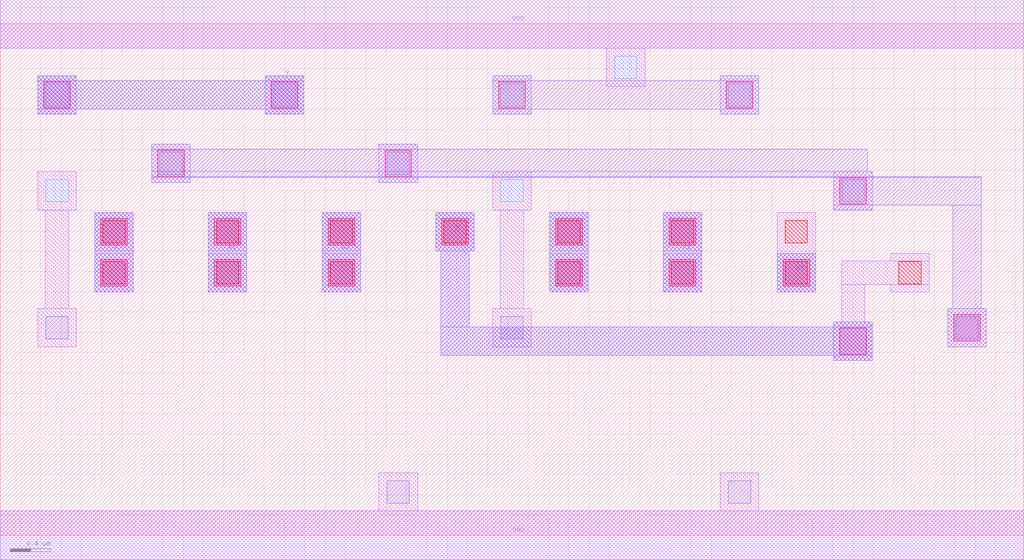
<source format=lef>
MACRO AAAOI322
 CLASS CORE ;
 FOREIGN AAAOI322 0 0 ;
 SIZE 10.08 BY 5.04 ;
 ORIGIN 0 0 ;
 SYMMETRY X Y R90 ;
 SITE unit ;
  PIN VDD
   DIRECTION INOUT ;
   USE POWER ;
   SHAPE ABUTMENT ;
    PORT
     CLASS CORE ;
       LAYER met1 ;
        RECT 0.00000000 4.80000000 10.08000000 5.28000000 ;
    END
  END VDD

  PIN GND
   DIRECTION INOUT ;
   USE POWER ;
   SHAPE ABUTMENT ;
    PORT
     CLASS CORE ;
       LAYER met1 ;
        RECT 0.00000000 -0.24000000 10.08000000 0.24000000 ;
    END
  END GND

  PIN Y
   DIRECTION INOUT ;
   USE SIGNAL ;
   SHAPE ABUTMENT ;
    PORT
     CLASS CORE ;
       LAYER met2 ;
        RECT 0.37000000 4.15200000 0.75000000 4.20200000 ;
        RECT 2.61000000 4.15200000 2.99000000 4.20200000 ;
        RECT 0.37000000 4.20200000 2.99000000 4.48200000 ;
        RECT 0.37000000 4.48200000 0.75000000 4.53200000 ;
        RECT 2.61000000 4.48200000 2.99000000 4.53200000 ;
    END
  END Y

  PIN A2
   DIRECTION INOUT ;
   USE SIGNAL ;
   SHAPE ABUTMENT ;
    PORT
     CLASS CORE ;
       LAYER met2 ;
        RECT 3.17000000 2.39700000 3.55000000 3.18200000 ;
    END
  END A2

  PIN C1
   DIRECTION INOUT ;
   USE SIGNAL ;
   SHAPE ABUTMENT ;
    PORT
     CLASS CORE ;
       LAYER met2 ;
        RECT 6.53000000 2.39700000 6.91000000 3.18200000 ;
    END
  END C1

  PIN A
   DIRECTION INOUT ;
   USE SIGNAL ;
   SHAPE ABUTMENT ;
    PORT
     CLASS CORE ;
       LAYER met2 ;
        RECT 0.93000000 2.39700000 1.31000000 3.18200000 ;
    END
  END A

  PIN B1
   DIRECTION INOUT ;
   USE SIGNAL ;
   SHAPE ABUTMENT ;
    PORT
     CLASS CORE ;
       LAYER met2 ;
        RECT 7.65000000 2.39700000 8.03000000 2.77700000 ;
    END
  END B1

  PIN B
   DIRECTION INOUT ;
   USE SIGNAL ;
   SHAPE ABUTMENT ;
    PORT
     CLASS CORE ;
       LAYER met2 ;
        RECT 8.21000000 1.72200000 8.59000000 1.77200000 ;
        RECT 4.34000000 1.77200000 8.59000000 2.05200000 ;
        RECT 8.21000000 2.05200000 8.59000000 2.10200000 ;
        RECT 4.34000000 2.05200000 4.62000000 2.80200000 ;
        RECT 4.29000000 2.80200000 4.67000000 3.18200000 ;
    END
  END B

  PIN C
   DIRECTION INOUT ;
   USE SIGNAL ;
   SHAPE ABUTMENT ;
    PORT
     CLASS CORE ;
       LAYER met2 ;
        RECT 5.41000000 2.39700000 5.79000000 3.18200000 ;
    END
  END C

  PIN A1
   DIRECTION INOUT ;
   USE SIGNAL ;
   SHAPE ABUTMENT ;
    PORT
     CLASS CORE ;
       LAYER met2 ;
        RECT 2.05000000 2.39700000 2.43000000 3.18200000 ;
    END
  END A1

 OBS
    LAYER polycont ;
     RECT 1.01000000 2.47700000 1.23000000 2.69700000 ;
     RECT 2.13000000 2.47700000 2.35000000 2.69700000 ;
     RECT 3.25000000 2.47700000 3.47000000 2.69700000 ;
     RECT 5.49000000 2.47700000 5.71000000 2.69700000 ;
     RECT 6.61000000 2.47700000 6.83000000 2.69700000 ;
     RECT 7.73000000 2.47700000 7.95000000 2.69700000 ;
     RECT 8.85000000 2.47700000 9.07000000 2.69700000 ;
     RECT 1.01000000 2.88200000 1.23000000 3.10200000 ;
     RECT 2.13000000 2.88200000 2.35000000 3.10200000 ;
     RECT 3.25000000 2.88200000 3.47000000 3.10200000 ;
     RECT 4.37000000 2.88200000 4.59000000 3.10200000 ;
     RECT 5.49000000 2.88200000 5.71000000 3.10200000 ;
     RECT 6.61000000 2.88200000 6.83000000 3.10200000 ;
     RECT 7.73000000 2.88200000 7.95000000 3.10200000 ;

    LAYER pdiffc ;
     RECT 0.45000000 3.28700000 0.67000000 3.50700000 ;
     RECT 4.93000000 3.28700000 5.15000000 3.50700000 ;
     RECT 8.29000000 3.28700000 8.51000000 3.50700000 ;
     RECT 1.57000000 3.55700000 1.79000000 3.77700000 ;
     RECT 3.81000000 3.55700000 4.03000000 3.77700000 ;
     RECT 0.45000000 4.23200000 0.67000000 4.45200000 ;
     RECT 2.69000000 4.23200000 2.91000000 4.45200000 ;
     RECT 4.93000000 4.23200000 5.15000000 4.45200000 ;
     RECT 7.17000000 4.23200000 7.39000000 4.45200000 ;
     RECT 6.05000000 4.50200000 6.27000000 4.72200000 ;

    LAYER ndiffc ;
     RECT 3.81000000 0.31700000 4.03000000 0.53700000 ;
     RECT 7.17000000 0.31700000 7.39000000 0.53700000 ;
     RECT 0.45000000 1.93700000 0.67000000 2.15700000 ;
     RECT 4.93000000 1.93700000 5.15000000 2.15700000 ;
     RECT 9.41000000 1.93700000 9.63000000 2.15700000 ;

    LAYER met1 ;
     RECT 0.00000000 -0.24000000 10.08000000 0.24000000 ;
     RECT 3.73000000 0.24000000 4.11000000 0.61700000 ;
     RECT 7.09000000 0.24000000 7.47000000 0.61700000 ;
     RECT 9.33000000 1.85700000 9.71000000 2.23700000 ;
     RECT 0.93000000 2.39700000 1.31000000 2.77700000 ;
     RECT 2.05000000 2.39700000 2.43000000 2.77700000 ;
     RECT 3.17000000 2.39700000 3.55000000 2.77700000 ;
     RECT 5.41000000 2.39700000 5.79000000 2.77700000 ;
     RECT 6.53000000 2.39700000 6.91000000 2.77700000 ;
     RECT 8.21000000 1.72200000 8.59000000 2.10200000 ;
     RECT 8.28500000 2.10200000 8.51500000 2.47200000 ;
     RECT 8.77000000 2.39700000 9.15000000 2.47200000 ;
     RECT 8.28500000 2.47200000 9.15000000 2.70200000 ;
     RECT 8.77000000 2.70200000 9.15000000 2.77700000 ;
     RECT 0.93000000 2.80200000 1.31000000 3.18200000 ;
     RECT 2.05000000 2.80200000 2.43000000 3.18200000 ;
     RECT 3.17000000 2.80200000 3.55000000 3.18200000 ;
     RECT 4.29000000 2.80200000 4.67000000 3.18200000 ;
     RECT 5.41000000 2.80200000 5.79000000 3.18200000 ;
     RECT 6.53000000 2.80200000 6.91000000 3.18200000 ;
     RECT 7.65000000 2.39700000 8.03000000 3.18200000 ;
     RECT 0.37000000 1.85700000 0.75000000 2.23700000 ;
     RECT 0.44500000 2.23700000 0.67500000 3.20700000 ;
     RECT 0.37000000 3.20700000 0.75000000 3.58700000 ;
     RECT 4.85000000 1.85700000 5.23000000 2.23700000 ;
     RECT 4.92500000 2.23700000 5.15500000 3.20700000 ;
     RECT 4.85000000 3.20700000 5.23000000 3.58700000 ;
     RECT 8.21000000 3.20700000 8.59000000 3.58700000 ;
     RECT 1.49000000 3.47700000 1.87000000 3.85700000 ;
     RECT 3.73000000 3.47700000 4.11000000 3.85700000 ;
     RECT 0.37000000 4.15200000 0.75000000 4.53200000 ;
     RECT 2.61000000 4.15200000 2.99000000 4.53200000 ;
     RECT 4.85000000 4.15200000 5.23000000 4.53200000 ;
     RECT 7.09000000 4.15200000 7.47000000 4.53200000 ;
     RECT 5.97000000 4.42200000 6.35000000 4.80000000 ;
     RECT 0.00000000 4.80000000 10.08000000 5.28000000 ;

    LAYER via1 ;
     RECT 8.27000000 1.78200000 8.53000000 2.04200000 ;
     RECT 9.39000000 1.91700000 9.65000000 2.17700000 ;
     RECT 0.99000000 2.45700000 1.25000000 2.71700000 ;
     RECT 2.11000000 2.45700000 2.37000000 2.71700000 ;
     RECT 3.23000000 2.45700000 3.49000000 2.71700000 ;
     RECT 5.47000000 2.45700000 5.73000000 2.71700000 ;
     RECT 6.59000000 2.45700000 6.85000000 2.71700000 ;
     RECT 7.71000000 2.45700000 7.97000000 2.71700000 ;
     RECT 0.99000000 2.86200000 1.25000000 3.12200000 ;
     RECT 2.11000000 2.86200000 2.37000000 3.12200000 ;
     RECT 3.23000000 2.86200000 3.49000000 3.12200000 ;
     RECT 4.35000000 2.86200000 4.61000000 3.12200000 ;
     RECT 5.47000000 2.86200000 5.73000000 3.12200000 ;
     RECT 6.59000000 2.86200000 6.85000000 3.12200000 ;
     RECT 8.27000000 3.26700000 8.53000000 3.52700000 ;
     RECT 1.55000000 3.53700000 1.81000000 3.79700000 ;
     RECT 3.79000000 3.53700000 4.05000000 3.79700000 ;
     RECT 0.43000000 4.21200000 0.69000000 4.47200000 ;
     RECT 2.67000000 4.21200000 2.93000000 4.47200000 ;
     RECT 4.91000000 4.21200000 5.17000000 4.47200000 ;
     RECT 7.15000000 4.21200000 7.41000000 4.47200000 ;

    LAYER met2 ;
     RECT 7.65000000 2.39700000 8.03000000 2.77700000 ;
     RECT 0.93000000 2.39700000 1.31000000 3.18200000 ;
     RECT 2.05000000 2.39700000 2.43000000 3.18200000 ;
     RECT 3.17000000 2.39700000 3.55000000 3.18200000 ;
     RECT 8.21000000 1.72200000 8.59000000 1.77200000 ;
     RECT 4.34000000 1.77200000 8.59000000 2.05200000 ;
     RECT 8.21000000 2.05200000 8.59000000 2.10200000 ;
     RECT 4.34000000 2.05200000 4.62000000 2.80200000 ;
     RECT 4.29000000 2.80200000 4.67000000 3.18200000 ;
     RECT 5.41000000 2.39700000 5.79000000 3.18200000 ;
     RECT 6.53000000 2.39700000 6.91000000 3.18200000 ;
     RECT 9.33000000 1.85700000 9.71000000 2.23700000 ;
     RECT 8.21000000 3.20700000 8.59000000 3.25700000 ;
     RECT 9.38000000 2.23700000 9.66000000 3.25700000 ;
     RECT 1.49000000 3.47700000 1.87000000 3.52700000 ;
     RECT 3.73000000 3.47700000 4.11000000 3.52700000 ;
     RECT 8.21000000 3.25700000 9.66000000 3.52700000 ;
     RECT 1.49000000 3.52700000 9.66000000 3.53700000 ;
     RECT 1.49000000 3.53700000 8.59000000 3.58700000 ;
     RECT 1.49000000 3.58700000 8.54000000 3.80700000 ;
     RECT 1.49000000 3.80700000 1.87000000 3.85700000 ;
     RECT 3.73000000 3.80700000 4.11000000 3.85700000 ;
     RECT 0.37000000 4.15200000 0.75000000 4.20200000 ;
     RECT 2.61000000 4.15200000 2.99000000 4.20200000 ;
     RECT 0.37000000 4.20200000 2.99000000 4.48200000 ;
     RECT 0.37000000 4.48200000 0.75000000 4.53200000 ;
     RECT 2.61000000 4.48200000 2.99000000 4.53200000 ;
     RECT 4.85000000 4.15200000 5.23000000 4.20200000 ;
     RECT 7.09000000 4.15200000 7.47000000 4.20200000 ;
     RECT 4.85000000 4.20200000 7.47000000 4.48200000 ;
     RECT 4.85000000 4.48200000 5.23000000 4.53200000 ;
     RECT 7.09000000 4.48200000 7.47000000 4.53200000 ;

 END
END AAAOI322

</source>
